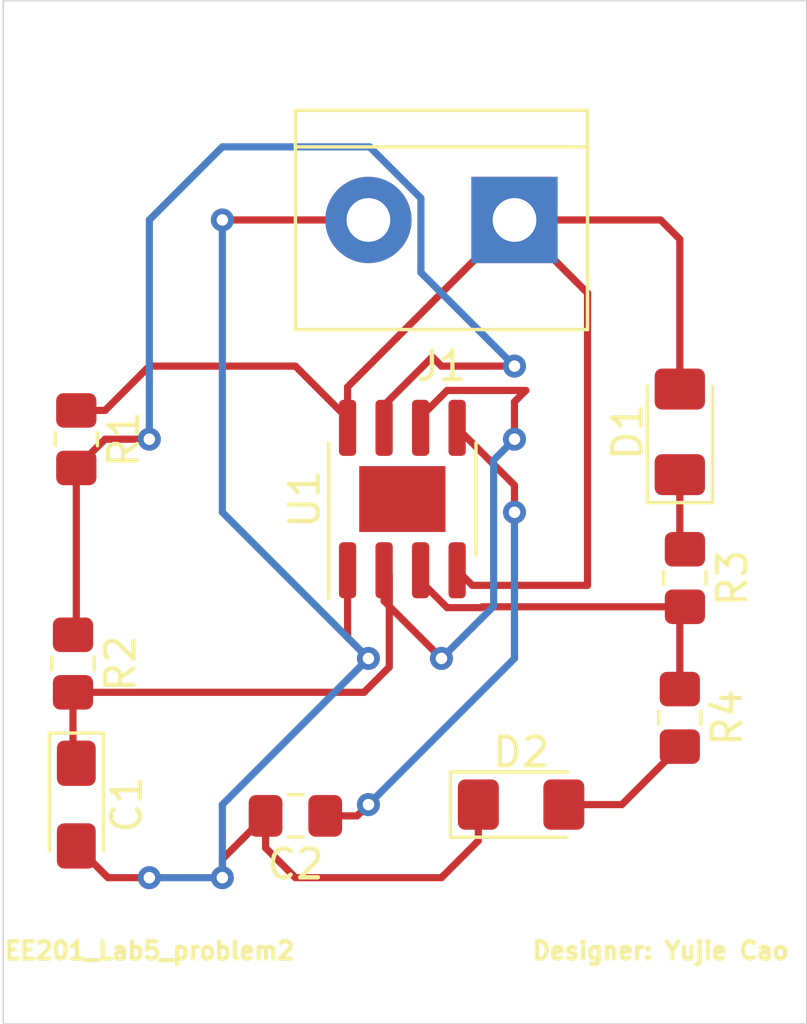
<source format=kicad_pcb>
(kicad_pcb (version 20211014) (generator pcbnew)
  (layers (0 "F.Cu" signal) (31 "B.Cu" signal) (34 "B.Paste" user) (35 "F.Paste" user) (36 "B.SilkS" user "B.Silkscreen") (37 "F.SilkS" user "F.Silkscreen") (38 "B.Mask" user) (39 "F.Mask" user) (44 "Edge.Cuts" user))
  (net 0 "")
  (net 1 "/pin_2")
  (net 2 "GND")
  (net 3 "Net-(C2-Pad1)")
  (net 4 "Net-(D1-Pad1)")
  (net 5 "+9V")
  (net 6 "Net-(D2-Pad2)")
  (net 7 "/pin_7")
  (net 8 "/pin_3")
  (footprint "Resistor_SMD:R_0805_2012Metric_Pad1.20x1.40mm_HandSolder" (layer "F.Cu") (at 111.645 81.457616 -90)
    (fp_text reference "R2" (at 0 -1.65 90) (layer "F.SilkS"))
    (fp_text value "10k")
    (fp_line (start -0.227064 0.735) (end 0.227064 0.735) (layer "F.SilkS") (width 0.12))
    (fp_line (start -0.227064 -0.735) (end 0.227064 -0.735) (layer "F.SilkS") (width 0.12))
    (pad "1" smd roundrect (at -1 0 270) (size 1.2 1.4) (layers "F.Cu" "F.Paste" "F.Mask") (roundrect_rratio 0.208333) (net 7 "/pin_7"))
    (pad "2" smd roundrect (at 1 0 270) (size 1.2 1.4) (layers "F.Cu" "F.Paste" "F.Mask") (roundrect_rratio 0.208333) (net 1 "/pin_2"))
  )
  (footprint "LED_SMD:LED_1206_3216Metric_Pad1.42x1.75mm_HandSolder" (layer "F.Cu") (at 132.75 73.40532 90)
    (fp_text reference "D1" (at 0 -1.82 90) (layer "F.SilkS"))
    (fp_text value "LED")
    (fp_line (start -2.46 -1.135) (end -2.46 1.135) (layer "F.SilkS") (width 0.12))
    (fp_line (start 1.6 -1.135) (end -2.46 -1.135) (layer "F.SilkS") (width 0.12))
    (fp_line (start -2.46 1.135) (end 1.6 1.135) (layer "F.SilkS") (width 0.12))
    (pad "1" smd roundrect (at -1.4875 0 90) (size 1.425 1.75) (layers "F.Cu" "F.Paste" "F.Mask") (roundrect_rratio 0.175439) (net 4 "Net-(D1-Pad1)"))
    (pad "2" smd roundrect (at 1.4875 0 90) (size 1.425 1.75) (layers "F.Cu" "F.Paste" "F.Mask") (roundrect_rratio 0.175439) (net 5 "+9V"))
  )
  (footprint "Resistor_SMD:R_0805_2012Metric_Pad1.20x1.40mm_HandSolder" (layer "F.Cu") (at 111.76 73.66 -90)
    (fp_text reference "R1" (at 0 -1.65 90) (layer "F.SilkS"))
    (fp_text value "1k")
    (fp_line (start -0.227064 0.735) (end 0.227064 0.735) (layer "F.SilkS") (width 0.12))
    (fp_line (start -0.227064 -0.735) (end 0.227064 -0.735) (layer "F.SilkS") (width 0.12))
    (pad "1" smd roundrect (at -1 0 270) (size 1.2 1.4) (layers "F.Cu" "F.Paste" "F.Mask") (roundrect_rratio 0.208333) (net 5 "+9V"))
    (pad "2" smd roundrect (at 1 0 270) (size 1.2 1.4) (layers "F.Cu" "F.Paste" "F.Mask") (roundrect_rratio 0.208333) (net 7 "/pin_7"))
  )
  (footprint "TerminalBlock:TerminalBlock_bornier-2_P5.08mm" (layer "F.Cu") (at 127 66.04 180)
    (fp_text reference "J1" (at 2.54 -5.08) (layer "F.SilkS"))
    (fp_text value "Conn_01x02_Male")
    (fp_line (start 7.62 -3.81) (end -2.54 -3.81) (layer "F.SilkS") (width 0.12))
    (fp_line (start 7.62 3.81) (end 7.62 -3.81) (layer "F.SilkS") (width 0.12))
    (fp_line (start 7.62 2.54) (end -2.54 2.54) (layer "F.SilkS") (width 0.12))
    (fp_line (start -2.54 3.81) (end 7.62 3.81) (layer "F.SilkS") (width 0.12))
    (fp_line (start -2.54 -3.81) (end -2.54 3.81) (layer "F.SilkS") (width 0.12))
    (pad "1" thru_hole rect (at 0 0 180) (size 3 3) (drill 1.52) (layers *.Cu *.Mask) (net 5 "+9V"))
    (pad "2" thru_hole circle (at 5.08 0 180) (size 3 3) (drill 1.52) (layers *.Cu *.Mask) (net 2 "GND"))
  )
  (footprint "LED_SMD:LED_1206_3216Metric_Pad1.42x1.75mm_HandSolder" (layer "F.Cu") (at 127.23 86.36)
    (fp_text reference "D2" (at 0 -1.82) (layer "F.SilkS"))
    (fp_text value "LED")
    (fp_line (start 1.6 -1.135) (end -2.46 -1.135) (layer "F.SilkS") (width 0.12))
    (fp_line (start -2.46 -1.135) (end -2.46 1.135) (layer "F.SilkS") (width 0.12))
    (fp_line (start -2.46 1.135) (end 1.6 1.135) (layer "F.SilkS") (width 0.12))
    (pad "1" smd roundrect (at -1.4875 0) (size 1.425 1.75) (layers "F.Cu" "F.Paste" "F.Mask") (roundrect_rratio 0.175439) (net 2 "GND"))
    (pad "2" smd roundrect (at 1.4875 0) (size 1.425 1.75) (layers "F.Cu" "F.Paste" "F.Mask") (roundrect_rratio 0.175439) (net 6 "Net-(D2-Pad2)"))
  )
  (footprint "Package_SO:SOIC-8-1EP_3.9x4.9mm_P1.27mm_EP2.29x3mm" (layer "F.Cu") (at 123.1 75.74 90)
    (fp_text reference "U1" (at 0 -3.4 90) (layer "F.SilkS"))
    (fp_text value "NE555D")
    (fp_line (start 0 -2.56) (end -3.45 -2.56) (layer "F.SilkS") (width 0.12))
    (fp_line (start 0 2.56) (end 1.95 2.56) (layer "F.SilkS") (width 0.12))
    (fp_line (start 0 -2.56) (end 1.95 -2.56) (layer "F.SilkS") (width 0.12))
    (fp_line (start 0 2.56) (end -1.95 2.56) (layer "F.SilkS") (width 0.12))
    (pad "1" smd roundrect (at -2.475 -1.905 90) (size 1.95 0.6) (layers "F.Cu" "F.Paste" "F.Mask") (net 2 "GND"))
    (pad "2" smd roundrect (at -2.475 -0.635 90) (size 1.95 0.6) (layers "F.Cu" "F.Paste" "F.Mask") (net 1 "/pin_2"))
    (pad "3" smd roundrect (at -2.475 0.635 90) (size 1.95 0.6) (layers "F.Cu" "F.Paste" "F.Mask") (net 8 "/pin_3"))
    (pad "4" smd roundrect (at -2.475 1.905 90) (size 1.95 0.6) (layers "F.Cu" "F.Paste" "F.Mask") (net 5 "+9V"))
    (pad "5" smd roundrect (at 2.475 1.905 90) (size 1.95 0.6) (layers "F.Cu" "F.Paste" "F.Mask") (net 3 "Net-(C2-Pad1)"))
    (pad "6" smd roundrect (at 2.475 0.635 90) (size 1.95 0.6) (layers "F.Cu" "F.Paste" "F.Mask") (net 1 "/pin_2"))
    (pad "7" smd roundrect (at 2.475 -0.635 90) (size 1.95 0.6) (layers "F.Cu" "F.Paste" "F.Mask") (net 7 "/pin_7"))
    (pad "8" smd roundrect (at 2.475 -1.905 90) (size 1.95 0.6) (layers "F.Cu" "F.Paste" "F.Mask") (net 5 "+9V"))
    (pad "9" smd rect (at 0 0 90) (size 2.29 3) (layers "F.Cu" "F.Mask"))
  )
  (footprint "Capacitor_SMD:C_0805_2012Metric_Pad1.18x1.45mm_HandSolder" (layer "F.Cu") (at 119.38 86.752488 180)
    (fp_text reference "C2" (at 0 -1.68) (layer "F.SilkS"))
    (fp_text value "0.01µF")
    (fp_line (start -0.261252 0.735) (end 0.261252 0.735) (layer "F.SilkS") (width 0.12))
    (fp_line (start -0.261252 -0.735) (end 0.261252 -0.735) (layer "F.SilkS") (width 0.12))
    (pad "1" smd roundrect (at -1.0375 0 180) (size 1.175 1.45) (layers "F.Cu" "F.Paste" "F.Mask") (roundrect_rratio 0.212766) (net 3 "Net-(C2-Pad1)"))
    (pad "2" smd roundrect (at 1.0375 0 180) (size 1.175 1.45) (layers "F.Cu" "F.Paste" "F.Mask") (roundrect_rratio 0.212766) (net 2 "GND"))
  )
  (footprint "Resistor_SMD:R_0805_2012Metric_Pad1.20x1.40mm_HandSolder" (layer "F.Cu") (at 132.75 83.34532 -90)
    (fp_text reference "R4" (at 0 -1.65 90) (layer "F.SilkS"))
    (fp_text value "1k")
    (fp_line (start -0.227064 0.735) (end 0.227064 0.735) (layer "F.SilkS") (width 0.12))
    (fp_line (start -0.227064 -0.735) (end 0.227064 -0.735) (layer "F.SilkS") (width 0.12))
    (pad "1" smd roundrect (at -1 0 270) (size 1.2 1.4) (layers "F.Cu" "F.Paste" "F.Mask") (roundrect_rratio 0.208333) (net 8 "/pin_3"))
    (pad "2" smd roundrect (at 1 0 270) (size 1.2 1.4) (layers "F.Cu" "F.Paste" "F.Mask") (roundrect_rratio 0.208333) (net 6 "Net-(D2-Pad2)"))
  )
  (footprint "Resistor_SMD:R_0805_2012Metric_Pad1.20x1.40mm_HandSolder" (layer "F.Cu") (at 132.927064 78.48532 -90)
    (fp_text reference "R3" (at 0 -1.65 90) (layer "F.SilkS"))
    (fp_text value "1k")
    (fp_line (start -0.227064 0.735) (end 0.227064 0.735) (layer "F.SilkS") (width 0.12))
    (fp_line (start -0.227064 -0.735) (end 0.227064 -0.735) (layer "F.SilkS") (width 0.12))
    (pad "1" smd roundrect (at -1 0 270) (size 1.2 1.4) (layers "F.Cu" "F.Paste" "F.Mask") (roundrect_rratio 0.208333) (net 4 "Net-(D1-Pad1)"))
    (pad "2" smd roundrect (at 1 0 270) (size 1.2 1.4) (layers "F.Cu" "F.Paste" "F.Mask") (roundrect_rratio 0.208333) (net 8 "/pin_3"))
  )
  (footprint "Capacitor_Tantalum_SMD:CP_EIA-3216-18_Kemet-A_Pad1.58x1.35mm_HandSolder" (layer "F.Cu") (at 111.76 86.36 -90)
    (fp_text reference "C1" (at 0 -1.75 90) (layer "F.SilkS"))
    (fp_text value "10µV")
    (fp_line (start -2.485 -0.935) (end -2.485 0.935) (layer "F.SilkS") (width 0.12))
    (fp_line (start 1.6 -0.935) (end -2.485 -0.935) (layer "F.SilkS") (width 0.12))
    (fp_line (start -2.485 0.935) (end 1.6 0.935) (layer "F.SilkS") (width 0.12))
    (pad "1" smd roundrect (at -1.4375 0 270) (size 1.575 1.35) (layers "F.Cu" "F.Paste" "F.Mask") (roundrect_rratio 0.185185) (net 1 "/pin_2"))
    (pad "2" smd roundrect (at 1.4375 0 270) (size 1.575 1.35) (layers "F.Cu" "F.Paste" "F.Mask") (roundrect_rratio 0.185185) (net 2 "GND"))
  )
  (gr_rect (start 109.22 58.42) (end 137.16 93.98) (layer "Edge.Cuts") (width 0.05) (fill none))
  (gr_text "EE201_Lab5_problem2" (at 114.3 91.44) (layer "F.SilkS") (effects (font (size 0.6 0.6))))
  (gr_text "Designer: Yujie Cao" (at 132.08 91.44) (layer "F.SilkS") (effects (font (size 0.6 0.6))))
  (segment (start 127 72.36) (end 127 73.66) (width 0.25) (layer "F.Cu") (net 1))
  (segment (start 123.735 72.888249) (end 124.658249 71.965) (width 0.25) (layer "F.Cu") (net 1))
  (segment (start 111.645 82.457616) (end 111.645 84.8075) (width 0.25) (layer "F.Cu") (net 1))
  (segment (start 123.735 73.265) (end 123.735 72.888249) (width 0.25) (layer "F.Cu") (net 1))
  (segment (start 122.645 81.580305) (end 122.645 78.395) (width 0.25) (layer "F.Cu") (net 1))
  (segment (start 122.465 79.285) (end 124.46 81.28) (width 0.25) (layer "F.Cu") (net 1))
  (segment (start 127.395 71.965) (end 127 72.36) (width 0.25) (layer "F.Cu") (net 1))
  (segment (start 111.645 84.8075) (end 111.76 84.9225) (width 0.25) (layer "F.Cu") (net 1))
  (segment (start 121.767689 82.457616) (end 122.645 81.580305) (width 0.25) (layer "F.Cu") (net 1))
  (segment (start 111.645 82.457616) (end 121.767689 82.457616) (width 0.25) (layer "F.Cu") (net 1))
  (segment (start 122.465 78.215) (end 122.465 79.285) (width 0.25) (layer "F.Cu") (net 1))
  (segment (start 124.658249 71.965) (end 127.395 71.965) (width 0.25) (layer "F.Cu") (net 1))
  (segment (start 122.645 78.395) (end 122.465 78.215) (width 0.25) (layer "F.Cu") (net 1))
  (via (at 124.46 81.28) (size 0.8) (drill 0.4) (layers "F.Cu" "B.Cu") (net 1))
  (via (at 127 73.66) (size 0.8) (drill 0.4) (layers "F.Cu" "B.Cu") (net 1))
  (segment (start 126.275 79.465) (end 124.46 81.28) (width 0.25) (layer "B.Cu") (net 1))
  (segment (start 126.275 74.385) (end 126.275 79.465) (width 0.25) (layer "B.Cu") (net 1))
  (segment (start 127 73.66) (end 126.275 74.385) (width 0.25) (layer "B.Cu") (net 1))
  (segment (start 116.84 88.254988) (end 116.84 88.9) (width 0.25) (layer "F.Cu") (net 2))
  (segment (start 119.38 88.9) (end 118.3425 87.8625) (width 0.25) (layer "F.Cu") (net 2))
  (segment (start 125.7425 86.36) (end 125.7425 87.6175) (width 0.25) (layer "F.Cu") (net 2))
  (segment (start 124.46 88.9) (end 119.38 88.9) (width 0.25) (layer "F.Cu") (net 2))
  (segment (start 121.195 78.215) (end 121.195 80.555) (width 0.25) (layer "F.Cu") (net 2))
  (segment (start 118.3425 87.8625) (end 118.3425 86.752488) (width 0.25) (layer "F.Cu") (net 2))
  (segment (start 118.3425 86.752488) (end 116.84 88.254988) (width 0.25) (layer "F.Cu") (net 2))
  (segment (start 121.92 81.28) (end 121.195 80.555) (width 0.25) (layer "F.Cu") (net 2))
  (segment (start 125.7425 87.6175) (end 124.46 88.9) (width 0.25) (layer "F.Cu") (net 2))
  (segment (start 112.8625 88.9) (end 114.3 88.9) (width 0.25) (layer "F.Cu") (net 2))
  (segment (start 111.76 87.7975) (end 112.8625 88.9) (width 0.25) (layer "F.Cu") (net 2))
  (segment (start 121.92 66.04) (end 116.84 66.04) (width 0.25) (layer "F.Cu") (net 2))
  (via (at 116.84 88.9) (size 0.8) (drill 0.4) (layers "F.Cu" "B.Cu") (net 2))
  (via (at 121.92 81.28) (size 0.8) (drill 0.4) (layers "F.Cu" "B.Cu") (net 2))
  (via (at 116.84 66.04) (size 0.8) (drill 0.4) (layers "F.Cu" "B.Cu") (net 2))
  (via (at 114.3 88.9) (size 0.8) (drill 0.4) (layers "F.Cu" "B.Cu") (net 2))
  (segment (start 116.84 86.36) (end 121.92 81.28) (width 0.25) (layer "B.Cu") (net 2))
  (segment (start 116.84 88.9) (end 116.84 86.36) (width 0.25) (layer "B.Cu") (net 2))
  (segment (start 114.3 88.9) (end 116.84 88.9) (width 0.25) (layer "B.Cu") (net 2))
  (segment (start 116.84 66.04) (end 116.84 76.2) (width 0.25) (layer "B.Cu") (net 2))
  (segment (start 116.84 76.2) (end 121.92 81.28) (width 0.25) (layer "B.Cu") (net 2))
  (segment (start 120.4175 86.752488) (end 121.527512 86.752488) (width 0.25) (layer "F.Cu") (net 3))
  (segment (start 121.527512 86.752488) (end 121.92 86.36) (width 0.25) (layer "F.Cu") (net 3))
  (segment (start 125.005 73.265) (end 127 75.26) (width 0.25) (layer "F.Cu") (net 3))
  (segment (start 127 75.26) (end 127 76.2) (width 0.25) (layer "F.Cu") (net 3))
  (via (at 121.92 86.36) (size 0.8) (drill 0.4) (layers "F.Cu" "B.Cu") (net 3))
  (via (at 127 76.2) (size 0.8) (drill 0.4) (layers "F.Cu" "B.Cu") (net 3))
  (segment (start 121.92 86.36) (end 127 81.28) (width 0.25) (layer "B.Cu") (net 3))
  (segment (start 127 81.28) (end 127 76.2) (width 0.25) (layer "B.Cu") (net 3))
  (segment (start 132.75 74.89282) (end 132.75 77.308256) (width 0.25) (layer "F.Cu") (net 4))
  (segment (start 132.75 77.308256) (end 132.927064 77.48532) (width 0.25) (layer "F.Cu") (net 4))
  (segment (start 111.76 72.66) (end 112.76 72.66) (width 0.25) (layer "F.Cu") (net 5))
  (segment (start 132.75 66.71) (end 132.75 71.91782) (width 0.25) (layer "F.Cu") (net 5))
  (segment (start 129.54 68.58) (end 129.54 78.74) (width 0.25) (layer "F.Cu") (net 5))
  (segment (start 132.08 66.04) (end 127 66.04) (width 0.25) (layer "F.Cu") (net 5))
  (segment (start 112.76 72.66) (end 114.3 71.12) (width 0.25) (layer "F.Cu") (net 5))
  (segment (start 125.005 78.215) (end 125.53 78.74) (width 0.25) (layer "F.Cu") (net 5))
  (segment (start 132.08 66.04) (end 132.75 66.71) (width 0.25) (layer "F.Cu") (net 5))
  (segment (start 121.195 71.845) (end 121.195 73.265) (width 0.25) (layer "F.Cu") (net 5))
  (segment (start 114.3 71.12) (end 119.38 71.12) (width 0.25) (layer "F.Cu") (net 5))
  (segment (start 125.53 78.74) (end 129.54 78.74) (width 0.25) (layer "F.Cu") (net 5))
  (segment (start 121.195 72.935) (end 121.195 73.265) (width 0.25) (layer "F.Cu") (net 5))
  (segment (start 127 66.04) (end 129.54 68.58) (width 0.25) (layer "F.Cu") (net 5))
  (segment (start 119.38 71.12) (end 121.195 72.935) (width 0.25) (layer "F.Cu") (net 5))
  (segment (start 127 66.04) (end 121.195 71.845) (width 0.25) (layer "F.Cu") (net 5))
  (segment (start 130.73532 86.36) (end 128.7175 86.36) (width 0.25) (layer "F.Cu") (net 6))
  (segment (start 132.75 84.34532) (end 130.73532 86.36) (width 0.25) (layer "F.Cu") (net 6))
  (segment (start 124.141802 70.801802) (end 124.46 71.12) (width 0.25) (layer "F.Cu") (net 7))
  (segment (start 122.465 73.265) (end 122.465 72.478604) (width 0.25) (layer "F.Cu") (net 7))
  (segment (start 111.76 80.342616) (end 111.645 80.457616) (width 0.25) (layer "F.Cu") (net 7))
  (segment (start 111.76 74.66) (end 112.76 73.66) (width 0.25) (layer "F.Cu") (net 7))
  (segment (start 122.465 72.478604) (end 124.141802 70.801802) (width 0.25) (layer "F.Cu") (net 7))
  (segment (start 124.46 71.12) (end 127 71.12) (width 0.25) (layer "F.Cu") (net 7))
  (segment (start 111.76 74.66) (end 111.76 80.342616) (width 0.25) (layer "F.Cu") (net 7))
  (segment (start 112.76 73.66) (end 114.3 73.66) (width 0.25) (layer "F.Cu") (net 7))
  (via (at 114.3 73.66) (size 0.8) (drill 0.4) (layers "F.Cu" "B.Cu") (net 7))
  (via (at 127 71.12) (size 0.8) (drill 0.4) (layers "F.Cu" "B.Cu") (net 7))
  (segment (start 127 71.12) (end 123.745 67.865) (width 0.25) (layer "B.Cu") (net 7))
  (segment (start 123.745 67.865) (end 123.745 65.28406) (width 0.25) (layer "B.Cu") (net 7))
  (segment (start 114.3 66.04) (end 114.3 73.66) (width 0.25) (layer "B.Cu") (net 7))
  (segment (start 116.84 63.5) (end 114.3 66.04) (width 0.25) (layer "B.Cu") (net 7))
  (segment (start 123.745 65.28406) (end 121.96094 63.5) (width 0.25) (layer "B.Cu") (net 7))
  (segment (start 121.96094 63.5) (end 116.84 63.5) (width 0.25) (layer "B.Cu") (net 7))
  (segment (start 132.927064 79.48532) (end 125.878569 79.48532) (width 0.25) (layer "F.Cu") (net 8))
  (segment (start 132.75 79.662384) (end 132.75 82.34532) (width 0.25) (layer "F.Cu") (net 8))
  (segment (start 124.658249 79.515) (end 123.735 78.591751) (width 0.25) (layer "F.Cu") (net 8))
  (segment (start 125.878569 79.48532) (end 125.848889 79.515) (width 0.25) (layer "F.Cu") (net 8))
  (segment (start 123.735 78.591751) (end 123.735 78.215) (width 0.25) (layer "F.Cu") (net 8))
  (segment (start 132.927064 79.48532) (end 132.75 79.662384) (width 0.25) (layer "F.Cu") (net 8))
  (segment (start 125.848889 79.515) (end 124.658249 79.515) (width 0.25) (layer "F.Cu") (net 8))
)
</source>
